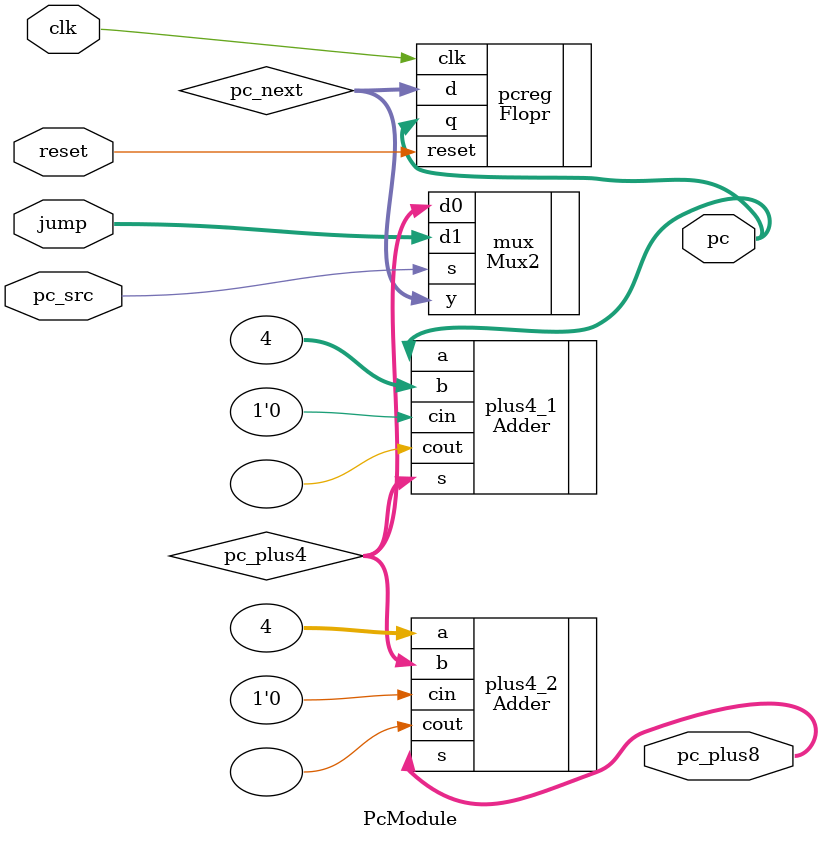
<source format=sv>
module PcModule(
    input logic clk, reset,
    input logic pc_src,
    input logic [31:0] jump,
    output logic [31:0] pc, pc_plus8
    );

    logic [31:0] pc_next, pc_plus4;

    Mux2 #(32) mux(.d0(pc_plus4), .d1(jump), .s(pc_src), .y(pc_next));
    Flopr #(32) pcreg(.clk(clk), .reset(reset), .d(pc_next), .q(pc));
    Adder #(32) plus4_1(.a(pc), .b(32'b100), .cin(1'b0), .s(pc_plus4), .cout());
    Adder #(32) plus4_2(.a(32'b100), .b(pc_plus4), .cin(1'b0), .s(pc_plus8), .cout());
endmodule

</source>
